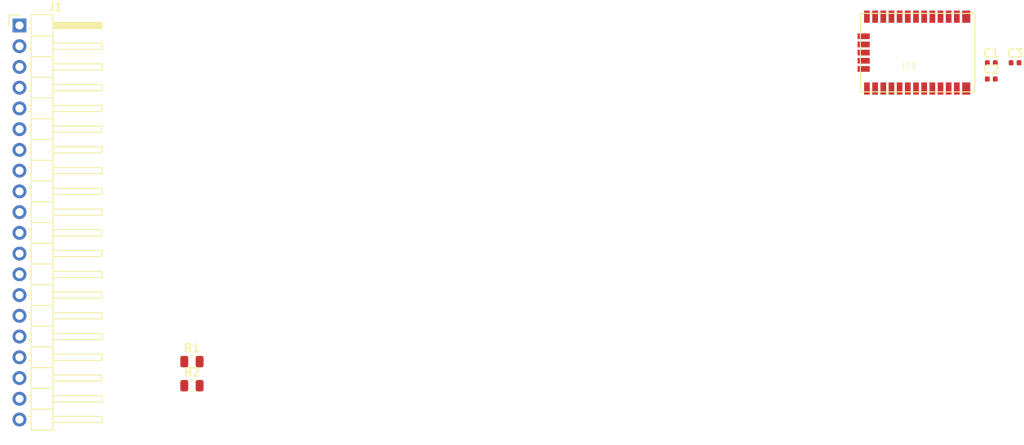
<source format=kicad_pcb>
(kicad_pcb (version 20171130) (host pcbnew 5.1.6+dfsg1-1)

  (general
    (thickness 1.6)
    (drawings 0)
    (tracks 0)
    (zones 0)
    (modules 7)
    (nets 27)
  )

  (page A4)
  (layers
    (0 F.Cu signal)
    (31 B.Cu signal)
    (32 B.Adhes user)
    (33 F.Adhes user)
    (34 B.Paste user)
    (35 F.Paste user)
    (36 B.SilkS user)
    (37 F.SilkS user)
    (38 B.Mask user)
    (39 F.Mask user)
    (40 Dwgs.User user)
    (41 Cmts.User user)
    (42 Eco1.User user)
    (43 Eco2.User user)
    (44 Edge.Cuts user)
    (45 Margin user)
    (46 B.CrtYd user)
    (47 F.CrtYd user)
    (48 B.Fab user)
    (49 F.Fab user)
  )

  (setup
    (last_trace_width 0.15)
    (trace_clearance 0.15)
    (zone_clearance 0.508)
    (zone_45_only no)
    (trace_min 0.15)
    (via_size 0.5)
    (via_drill 0.25)
    (via_min_size 0.5)
    (via_min_drill 0.25)
    (uvia_size 0.3)
    (uvia_drill 0.1)
    (uvias_allowed no)
    (uvia_min_size 0.2)
    (uvia_min_drill 0.1)
    (edge_width 0.05)
    (segment_width 0.2)
    (pcb_text_width 0.3)
    (pcb_text_size 1.5 1.5)
    (mod_edge_width 0.12)
    (mod_text_size 1 1)
    (mod_text_width 0.15)
    (pad_size 1.524 1.524)
    (pad_drill 0.762)
    (pad_to_mask_clearance 0)
    (aux_axis_origin 0 0)
    (visible_elements FFFFFF7F)
    (pcbplotparams
      (layerselection 0x010f0_ffffffff)
      (usegerberextensions false)
      (usegerberattributes false)
      (usegerberadvancedattributes false)
      (creategerberjobfile false)
      (excludeedgelayer true)
      (linewidth 0.100000)
      (plotframeref false)
      (viasonmask false)
      (mode 1)
      (useauxorigin false)
      (hpglpennumber 1)
      (hpglpenspeed 20)
      (hpglpendiameter 15.000000)
      (psnegative false)
      (psa4output false)
      (plotreference true)
      (plotvalue true)
      (plotinvisibletext false)
      (padsonsilk false)
      (subtractmaskfromsilk false)
      (outputformat 1)
      (mirror false)
      (drillshape 0)
      (scaleselection 1)
      (outputdirectory "../gerber/"))
  )

  (net 0 "")
  (net 1 "Net-(J1-Pad5)")
  (net 2 "Net-(J1-Pad14)")
  (net 3 "Net-(J1-Pad13)")
  (net 4 "Net-(J1-Pad12)")
  (net 5 "Net-(J1-Pad11)")
  (net 6 "Net-(J1-Pad10)")
  (net 7 "Net-(J1-Pad9)")
  (net 8 "Net-(J1-Pad7)")
  (net 9 "Net-(J1-Pad6)")
  (net 10 "Net-(J1-Pad3)")
  (net 11 "Net-(J1-Pad2)")
  (net 12 "Net-(IC1-Pad30)")
  (net 13 "Net-(IC1-Pad29)")
  (net 14 "Net-(IC1-Pad26)")
  (net 15 "Net-(IC1-Pad25)")
  (net 16 "Net-(IC1-Pad24)")
  (net 17 "Net-(IC1-Pad23)")
  (net 18 "Net-(IC1-Pad20)")
  (net 19 "Net-(IC1-Pad16)")
  (net 20 "Net-(IC1-Pad7)")
  (net 21 "Net-(IC1-Pad6)")
  (net 22 "Net-(IC1-Pad3)")
  (net 23 GND)
  (net 24 +3V3)
  (net 25 master_rx)
  (net 26 master_tx)

  (net_class Default "This is the default net class."
    (clearance 0.15)
    (trace_width 0.15)
    (via_dia 0.5)
    (via_drill 0.25)
    (uvia_dia 0.3)
    (uvia_drill 0.1)
    (add_net +3V3)
    (add_net GND)
    (add_net "Net-(IC1-Pad16)")
    (add_net "Net-(IC1-Pad20)")
    (add_net "Net-(IC1-Pad23)")
    (add_net "Net-(IC1-Pad24)")
    (add_net "Net-(IC1-Pad25)")
    (add_net "Net-(IC1-Pad26)")
    (add_net "Net-(IC1-Pad29)")
    (add_net "Net-(IC1-Pad3)")
    (add_net "Net-(IC1-Pad30)")
    (add_net "Net-(IC1-Pad6)")
    (add_net "Net-(IC1-Pad7)")
    (add_net "Net-(J1-Pad10)")
    (add_net "Net-(J1-Pad11)")
    (add_net "Net-(J1-Pad12)")
    (add_net "Net-(J1-Pad13)")
    (add_net "Net-(J1-Pad14)")
    (add_net "Net-(J1-Pad2)")
    (add_net "Net-(J1-Pad3)")
    (add_net "Net-(J1-Pad5)")
    (add_net "Net-(J1-Pad6)")
    (add_net "Net-(J1-Pad7)")
    (add_net "Net-(J1-Pad9)")
    (add_net master_rx)
    (add_net master_tx)
  )

  (module Resistor_SMD:R_0805_2012Metric (layer F.Cu) (tedit 5B36C52B) (tstamp 5EFE50F1)
    (at 90.93 106.94)
    (descr "Resistor SMD 0805 (2012 Metric), square (rectangular) end terminal, IPC_7351 nominal, (Body size source: https://docs.google.com/spreadsheets/d/1BsfQQcO9C6DZCsRaXUlFlo91Tg2WpOkGARC1WS5S8t0/edit?usp=sharing), generated with kicad-footprint-generator")
    (tags resistor)
    (path /5F024274/5F02ADFE)
    (attr smd)
    (fp_text reference R2 (at 0 -1.65) (layer F.SilkS)
      (effects (font (size 1 1) (thickness 0.15)))
    )
    (fp_text value 200 (at 0 1.65) (layer F.Fab)
      (effects (font (size 1 1) (thickness 0.15)))
    )
    (fp_text user %R (at 0 0) (layer F.Fab)
      (effects (font (size 0.5 0.5) (thickness 0.08)))
    )
    (fp_line (start -1 0.6) (end -1 -0.6) (layer F.Fab) (width 0.1))
    (fp_line (start -1 -0.6) (end 1 -0.6) (layer F.Fab) (width 0.1))
    (fp_line (start 1 -0.6) (end 1 0.6) (layer F.Fab) (width 0.1))
    (fp_line (start 1 0.6) (end -1 0.6) (layer F.Fab) (width 0.1))
    (fp_line (start -0.258578 -0.71) (end 0.258578 -0.71) (layer F.SilkS) (width 0.12))
    (fp_line (start -0.258578 0.71) (end 0.258578 0.71) (layer F.SilkS) (width 0.12))
    (fp_line (start -1.68 0.95) (end -1.68 -0.95) (layer F.CrtYd) (width 0.05))
    (fp_line (start -1.68 -0.95) (end 1.68 -0.95) (layer F.CrtYd) (width 0.05))
    (fp_line (start 1.68 -0.95) (end 1.68 0.95) (layer F.CrtYd) (width 0.05))
    (fp_line (start 1.68 0.95) (end -1.68 0.95) (layer F.CrtYd) (width 0.05))
    (pad 2 smd roundrect (at 0.9375 0) (size 0.975 1.4) (layers F.Cu F.Paste F.Mask) (roundrect_rratio 0.25)
      (net 14 "Net-(IC1-Pad26)"))
    (pad 1 smd roundrect (at -0.9375 0) (size 0.975 1.4) (layers F.Cu F.Paste F.Mask) (roundrect_rratio 0.25)
      (net 26 master_tx))
    (model ${KISYS3DMOD}/Resistor_SMD.3dshapes/R_0805_2012Metric.wrl
      (at (xyz 0 0 0))
      (scale (xyz 1 1 1))
      (rotate (xyz 0 0 0))
    )
  )

  (module Resistor_SMD:R_0805_2012Metric (layer F.Cu) (tedit 5B36C52B) (tstamp 5EFE50E0)
    (at 90.93 103.99)
    (descr "Resistor SMD 0805 (2012 Metric), square (rectangular) end terminal, IPC_7351 nominal, (Body size source: https://docs.google.com/spreadsheets/d/1BsfQQcO9C6DZCsRaXUlFlo91Tg2WpOkGARC1WS5S8t0/edit?usp=sharing), generated with kicad-footprint-generator")
    (tags resistor)
    (path /5F024274/5F02AA2F)
    (attr smd)
    (fp_text reference R1 (at 0 -1.65) (layer F.SilkS)
      (effects (font (size 1 1) (thickness 0.15)))
    )
    (fp_text value 200 (at 0 1.65) (layer F.Fab)
      (effects (font (size 1 1) (thickness 0.15)))
    )
    (fp_text user %R (at 0 0) (layer F.Fab)
      (effects (font (size 0.5 0.5) (thickness 0.08)))
    )
    (fp_line (start -1 0.6) (end -1 -0.6) (layer F.Fab) (width 0.1))
    (fp_line (start -1 -0.6) (end 1 -0.6) (layer F.Fab) (width 0.1))
    (fp_line (start 1 -0.6) (end 1 0.6) (layer F.Fab) (width 0.1))
    (fp_line (start 1 0.6) (end -1 0.6) (layer F.Fab) (width 0.1))
    (fp_line (start -0.258578 -0.71) (end 0.258578 -0.71) (layer F.SilkS) (width 0.12))
    (fp_line (start -0.258578 0.71) (end 0.258578 0.71) (layer F.SilkS) (width 0.12))
    (fp_line (start -1.68 0.95) (end -1.68 -0.95) (layer F.CrtYd) (width 0.05))
    (fp_line (start -1.68 -0.95) (end 1.68 -0.95) (layer F.CrtYd) (width 0.05))
    (fp_line (start 1.68 -0.95) (end 1.68 0.95) (layer F.CrtYd) (width 0.05))
    (fp_line (start 1.68 0.95) (end -1.68 0.95) (layer F.CrtYd) (width 0.05))
    (pad 2 smd roundrect (at 0.9375 0) (size 0.975 1.4) (layers F.Cu F.Paste F.Mask) (roundrect_rratio 0.25)
      (net 15 "Net-(IC1-Pad25)"))
    (pad 1 smd roundrect (at -0.9375 0) (size 0.975 1.4) (layers F.Cu F.Paste F.Mask) (roundrect_rratio 0.25)
      (net 25 master_rx))
    (model ${KISYS3DMOD}/Resistor_SMD.3dshapes/R_0805_2012Metric.wrl
      (at (xyz 0 0 0))
      (scale (xyz 1 1 1))
      (rotate (xyz 0 0 0))
    )
  )

  (module Connector_PinHeader_2.54mm:PinHeader_1x20_P2.54mm_Horizontal (layer F.Cu) (tedit 59FED5CB) (tstamp 5EFE50CF)
    (at 69.83 62.82)
    (descr "Through hole angled pin header, 1x20, 2.54mm pitch, 6mm pin length, single row")
    (tags "Through hole angled pin header THT 1x20 2.54mm single row")
    (path /5F01458E/5F016A0D)
    (fp_text reference J1 (at 4.385 -2.27) (layer F.SilkS)
      (effects (font (size 1 1) (thickness 0.15)))
    )
    (fp_text value Conn_01x20_Male (at 4.385 50.53) (layer F.Fab)
      (effects (font (size 1 1) (thickness 0.15)))
    )
    (fp_text user %R (at 2.77 24.13 90) (layer F.Fab)
      (effects (font (size 1 1) (thickness 0.15)))
    )
    (fp_line (start 2.135 -1.27) (end 4.04 -1.27) (layer F.Fab) (width 0.1))
    (fp_line (start 4.04 -1.27) (end 4.04 49.53) (layer F.Fab) (width 0.1))
    (fp_line (start 4.04 49.53) (end 1.5 49.53) (layer F.Fab) (width 0.1))
    (fp_line (start 1.5 49.53) (end 1.5 -0.635) (layer F.Fab) (width 0.1))
    (fp_line (start 1.5 -0.635) (end 2.135 -1.27) (layer F.Fab) (width 0.1))
    (fp_line (start -0.32 -0.32) (end 1.5 -0.32) (layer F.Fab) (width 0.1))
    (fp_line (start -0.32 -0.32) (end -0.32 0.32) (layer F.Fab) (width 0.1))
    (fp_line (start -0.32 0.32) (end 1.5 0.32) (layer F.Fab) (width 0.1))
    (fp_line (start 4.04 -0.32) (end 10.04 -0.32) (layer F.Fab) (width 0.1))
    (fp_line (start 10.04 -0.32) (end 10.04 0.32) (layer F.Fab) (width 0.1))
    (fp_line (start 4.04 0.32) (end 10.04 0.32) (layer F.Fab) (width 0.1))
    (fp_line (start -0.32 2.22) (end 1.5 2.22) (layer F.Fab) (width 0.1))
    (fp_line (start -0.32 2.22) (end -0.32 2.86) (layer F.Fab) (width 0.1))
    (fp_line (start -0.32 2.86) (end 1.5 2.86) (layer F.Fab) (width 0.1))
    (fp_line (start 4.04 2.22) (end 10.04 2.22) (layer F.Fab) (width 0.1))
    (fp_line (start 10.04 2.22) (end 10.04 2.86) (layer F.Fab) (width 0.1))
    (fp_line (start 4.04 2.86) (end 10.04 2.86) (layer F.Fab) (width 0.1))
    (fp_line (start -0.32 4.76) (end 1.5 4.76) (layer F.Fab) (width 0.1))
    (fp_line (start -0.32 4.76) (end -0.32 5.4) (layer F.Fab) (width 0.1))
    (fp_line (start -0.32 5.4) (end 1.5 5.4) (layer F.Fab) (width 0.1))
    (fp_line (start 4.04 4.76) (end 10.04 4.76) (layer F.Fab) (width 0.1))
    (fp_line (start 10.04 4.76) (end 10.04 5.4) (layer F.Fab) (width 0.1))
    (fp_line (start 4.04 5.4) (end 10.04 5.4) (layer F.Fab) (width 0.1))
    (fp_line (start -0.32 7.3) (end 1.5 7.3) (layer F.Fab) (width 0.1))
    (fp_line (start -0.32 7.3) (end -0.32 7.94) (layer F.Fab) (width 0.1))
    (fp_line (start -0.32 7.94) (end 1.5 7.94) (layer F.Fab) (width 0.1))
    (fp_line (start 4.04 7.3) (end 10.04 7.3) (layer F.Fab) (width 0.1))
    (fp_line (start 10.04 7.3) (end 10.04 7.94) (layer F.Fab) (width 0.1))
    (fp_line (start 4.04 7.94) (end 10.04 7.94) (layer F.Fab) (width 0.1))
    (fp_line (start -0.32 9.84) (end 1.5 9.84) (layer F.Fab) (width 0.1))
    (fp_line (start -0.32 9.84) (end -0.32 10.48) (layer F.Fab) (width 0.1))
    (fp_line (start -0.32 10.48) (end 1.5 10.48) (layer F.Fab) (width 0.1))
    (fp_line (start 4.04 9.84) (end 10.04 9.84) (layer F.Fab) (width 0.1))
    (fp_line (start 10.04 9.84) (end 10.04 10.48) (layer F.Fab) (width 0.1))
    (fp_line (start 4.04 10.48) (end 10.04 10.48) (layer F.Fab) (width 0.1))
    (fp_line (start -0.32 12.38) (end 1.5 12.38) (layer F.Fab) (width 0.1))
    (fp_line (start -0.32 12.38) (end -0.32 13.02) (layer F.Fab) (width 0.1))
    (fp_line (start -0.32 13.02) (end 1.5 13.02) (layer F.Fab) (width 0.1))
    (fp_line (start 4.04 12.38) (end 10.04 12.38) (layer F.Fab) (width 0.1))
    (fp_line (start 10.04 12.38) (end 10.04 13.02) (layer F.Fab) (width 0.1))
    (fp_line (start 4.04 13.02) (end 10.04 13.02) (layer F.Fab) (width 0.1))
    (fp_line (start -0.32 14.92) (end 1.5 14.92) (layer F.Fab) (width 0.1))
    (fp_line (start -0.32 14.92) (end -0.32 15.56) (layer F.Fab) (width 0.1))
    (fp_line (start -0.32 15.56) (end 1.5 15.56) (layer F.Fab) (width 0.1))
    (fp_line (start 4.04 14.92) (end 10.04 14.92) (layer F.Fab) (width 0.1))
    (fp_line (start 10.04 14.92) (end 10.04 15.56) (layer F.Fab) (width 0.1))
    (fp_line (start 4.04 15.56) (end 10.04 15.56) (layer F.Fab) (width 0.1))
    (fp_line (start -0.32 17.46) (end 1.5 17.46) (layer F.Fab) (width 0.1))
    (fp_line (start -0.32 17.46) (end -0.32 18.1) (layer F.Fab) (width 0.1))
    (fp_line (start -0.32 18.1) (end 1.5 18.1) (layer F.Fab) (width 0.1))
    (fp_line (start 4.04 17.46) (end 10.04 17.46) (layer F.Fab) (width 0.1))
    (fp_line (start 10.04 17.46) (end 10.04 18.1) (layer F.Fab) (width 0.1))
    (fp_line (start 4.04 18.1) (end 10.04 18.1) (layer F.Fab) (width 0.1))
    (fp_line (start -0.32 20) (end 1.5 20) (layer F.Fab) (width 0.1))
    (fp_line (start -0.32 20) (end -0.32 20.64) (layer F.Fab) (width 0.1))
    (fp_line (start -0.32 20.64) (end 1.5 20.64) (layer F.Fab) (width 0.1))
    (fp_line (start 4.04 20) (end 10.04 20) (layer F.Fab) (width 0.1))
    (fp_line (start 10.04 20) (end 10.04 20.64) (layer F.Fab) (width 0.1))
    (fp_line (start 4.04 20.64) (end 10.04 20.64) (layer F.Fab) (width 0.1))
    (fp_line (start -0.32 22.54) (end 1.5 22.54) (layer F.Fab) (width 0.1))
    (fp_line (start -0.32 22.54) (end -0.32 23.18) (layer F.Fab) (width 0.1))
    (fp_line (start -0.32 23.18) (end 1.5 23.18) (layer F.Fab) (width 0.1))
    (fp_line (start 4.04 22.54) (end 10.04 22.54) (layer F.Fab) (width 0.1))
    (fp_line (start 10.04 22.54) (end 10.04 23.18) (layer F.Fab) (width 0.1))
    (fp_line (start 4.04 23.18) (end 10.04 23.18) (layer F.Fab) (width 0.1))
    (fp_line (start -0.32 25.08) (end 1.5 25.08) (layer F.Fab) (width 0.1))
    (fp_line (start -0.32 25.08) (end -0.32 25.72) (layer F.Fab) (width 0.1))
    (fp_line (start -0.32 25.72) (end 1.5 25.72) (layer F.Fab) (width 0.1))
    (fp_line (start 4.04 25.08) (end 10.04 25.08) (layer F.Fab) (width 0.1))
    (fp_line (start 10.04 25.08) (end 10.04 25.72) (layer F.Fab) (width 0.1))
    (fp_line (start 4.04 25.72) (end 10.04 25.72) (layer F.Fab) (width 0.1))
    (fp_line (start -0.32 27.62) (end 1.5 27.62) (layer F.Fab) (width 0.1))
    (fp_line (start -0.32 27.62) (end -0.32 28.26) (layer F.Fab) (width 0.1))
    (fp_line (start -0.32 28.26) (end 1.5 28.26) (layer F.Fab) (width 0.1))
    (fp_line (start 4.04 27.62) (end 10.04 27.62) (layer F.Fab) (width 0.1))
    (fp_line (start 10.04 27.62) (end 10.04 28.26) (layer F.Fab) (width 0.1))
    (fp_line (start 4.04 28.26) (end 10.04 28.26) (layer F.Fab) (width 0.1))
    (fp_line (start -0.32 30.16) (end 1.5 30.16) (layer F.Fab) (width 0.1))
    (fp_line (start -0.32 30.16) (end -0.32 30.8) (layer F.Fab) (width 0.1))
    (fp_line (start -0.32 30.8) (end 1.5 30.8) (layer F.Fab) (width 0.1))
    (fp_line (start 4.04 30.16) (end 10.04 30.16) (layer F.Fab) (width 0.1))
    (fp_line (start 10.04 30.16) (end 10.04 30.8) (layer F.Fab) (width 0.1))
    (fp_line (start 4.04 30.8) (end 10.04 30.8) (layer F.Fab) (width 0.1))
    (fp_line (start -0.32 32.7) (end 1.5 32.7) (layer F.Fab) (width 0.1))
    (fp_line (start -0.32 32.7) (end -0.32 33.34) (layer F.Fab) (width 0.1))
    (fp_line (start -0.32 33.34) (end 1.5 33.34) (layer F.Fab) (width 0.1))
    (fp_line (start 4.04 32.7) (end 10.04 32.7) (layer F.Fab) (width 0.1))
    (fp_line (start 10.04 32.7) (end 10.04 33.34) (layer F.Fab) (width 0.1))
    (fp_line (start 4.04 33.34) (end 10.04 33.34) (layer F.Fab) (width 0.1))
    (fp_line (start -0.32 35.24) (end 1.5 35.24) (layer F.Fab) (width 0.1))
    (fp_line (start -0.32 35.24) (end -0.32 35.88) (layer F.Fab) (width 0.1))
    (fp_line (start -0.32 35.88) (end 1.5 35.88) (layer F.Fab) (width 0.1))
    (fp_line (start 4.04 35.24) (end 10.04 35.24) (layer F.Fab) (width 0.1))
    (fp_line (start 10.04 35.24) (end 10.04 35.88) (layer F.Fab) (width 0.1))
    (fp_line (start 4.04 35.88) (end 10.04 35.88) (layer F.Fab) (width 0.1))
    (fp_line (start -0.32 37.78) (end 1.5 37.78) (layer F.Fab) (width 0.1))
    (fp_line (start -0.32 37.78) (end -0.32 38.42) (layer F.Fab) (width 0.1))
    (fp_line (start -0.32 38.42) (end 1.5 38.42) (layer F.Fab) (width 0.1))
    (fp_line (start 4.04 37.78) (end 10.04 37.78) (layer F.Fab) (width 0.1))
    (fp_line (start 10.04 37.78) (end 10.04 38.42) (layer F.Fab) (width 0.1))
    (fp_line (start 4.04 38.42) (end 10.04 38.42) (layer F.Fab) (width 0.1))
    (fp_line (start -0.32 40.32) (end 1.5 40.32) (layer F.Fab) (width 0.1))
    (fp_line (start -0.32 40.32) (end -0.32 40.96) (layer F.Fab) (width 0.1))
    (fp_line (start -0.32 40.96) (end 1.5 40.96) (layer F.Fab) (width 0.1))
    (fp_line (start 4.04 40.32) (end 10.04 40.32) (layer F.Fab) (width 0.1))
    (fp_line (start 10.04 40.32) (end 10.04 40.96) (layer F.Fab) (width 0.1))
    (fp_line (start 4.04 40.96) (end 10.04 40.96) (layer F.Fab) (width 0.1))
    (fp_line (start -0.32 42.86) (end 1.5 42.86) (layer F.Fab) (width 0.1))
    (fp_line (start -0.32 42.86) (end -0.32 43.5) (layer F.Fab) (width 0.1))
    (fp_line (start -0.32 43.5) (end 1.5 43.5) (layer F.Fab) (width 0.1))
    (fp_line (start 4.04 42.86) (end 10.04 42.86) (layer F.Fab) (width 0.1))
    (fp_line (start 10.04 42.86) (end 10.04 43.5) (layer F.Fab) (width 0.1))
    (fp_line (start 4.04 43.5) (end 10.04 43.5) (layer F.Fab) (width 0.1))
    (fp_line (start -0.32 45.4) (end 1.5 45.4) (layer F.Fab) (width 0.1))
    (fp_line (start -0.32 45.4) (end -0.32 46.04) (layer F.Fab) (width 0.1))
    (fp_line (start -0.32 46.04) (end 1.5 46.04) (layer F.Fab) (width 0.1))
    (fp_line (start 4.04 45.4) (end 10.04 45.4) (layer F.Fab) (width 0.1))
    (fp_line (start 10.04 45.4) (end 10.04 46.04) (layer F.Fab) (width 0.1))
    (fp_line (start 4.04 46.04) (end 10.04 46.04) (layer F.Fab) (width 0.1))
    (fp_line (start -0.32 47.94) (end 1.5 47.94) (layer F.Fab) (width 0.1))
    (fp_line (start -0.32 47.94) (end -0.32 48.58) (layer F.Fab) (width 0.1))
    (fp_line (start -0.32 48.58) (end 1.5 48.58) (layer F.Fab) (width 0.1))
    (fp_line (start 4.04 47.94) (end 10.04 47.94) (layer F.Fab) (width 0.1))
    (fp_line (start 10.04 47.94) (end 10.04 48.58) (layer F.Fab) (width 0.1))
    (fp_line (start 4.04 48.58) (end 10.04 48.58) (layer F.Fab) (width 0.1))
    (fp_line (start 1.44 -1.33) (end 1.44 49.59) (layer F.SilkS) (width 0.12))
    (fp_line (start 1.44 49.59) (end 4.1 49.59) (layer F.SilkS) (width 0.12))
    (fp_line (start 4.1 49.59) (end 4.1 -1.33) (layer F.SilkS) (width 0.12))
    (fp_line (start 4.1 -1.33) (end 1.44 -1.33) (layer F.SilkS) (width 0.12))
    (fp_line (start 4.1 -0.38) (end 10.1 -0.38) (layer F.SilkS) (width 0.12))
    (fp_line (start 10.1 -0.38) (end 10.1 0.38) (layer F.SilkS) (width 0.12))
    (fp_line (start 10.1 0.38) (end 4.1 0.38) (layer F.SilkS) (width 0.12))
    (fp_line (start 4.1 -0.32) (end 10.1 -0.32) (layer F.SilkS) (width 0.12))
    (fp_line (start 4.1 -0.2) (end 10.1 -0.2) (layer F.SilkS) (width 0.12))
    (fp_line (start 4.1 -0.08) (end 10.1 -0.08) (layer F.SilkS) (width 0.12))
    (fp_line (start 4.1 0.04) (end 10.1 0.04) (layer F.SilkS) (width 0.12))
    (fp_line (start 4.1 0.16) (end 10.1 0.16) (layer F.SilkS) (width 0.12))
    (fp_line (start 4.1 0.28) (end 10.1 0.28) (layer F.SilkS) (width 0.12))
    (fp_line (start 1.11 -0.38) (end 1.44 -0.38) (layer F.SilkS) (width 0.12))
    (fp_line (start 1.11 0.38) (end 1.44 0.38) (layer F.SilkS) (width 0.12))
    (fp_line (start 1.44 1.27) (end 4.1 1.27) (layer F.SilkS) (width 0.12))
    (fp_line (start 4.1 2.16) (end 10.1 2.16) (layer F.SilkS) (width 0.12))
    (fp_line (start 10.1 2.16) (end 10.1 2.92) (layer F.SilkS) (width 0.12))
    (fp_line (start 10.1 2.92) (end 4.1 2.92) (layer F.SilkS) (width 0.12))
    (fp_line (start 1.042929 2.16) (end 1.44 2.16) (layer F.SilkS) (width 0.12))
    (fp_line (start 1.042929 2.92) (end 1.44 2.92) (layer F.SilkS) (width 0.12))
    (fp_line (start 1.44 3.81) (end 4.1 3.81) (layer F.SilkS) (width 0.12))
    (fp_line (start 4.1 4.7) (end 10.1 4.7) (layer F.SilkS) (width 0.12))
    (fp_line (start 10.1 4.7) (end 10.1 5.46) (layer F.SilkS) (width 0.12))
    (fp_line (start 10.1 5.46) (end 4.1 5.46) (layer F.SilkS) (width 0.12))
    (fp_line (start 1.042929 4.7) (end 1.44 4.7) (layer F.SilkS) (width 0.12))
    (fp_line (start 1.042929 5.46) (end 1.44 5.46) (layer F.SilkS) (width 0.12))
    (fp_line (start 1.44 6.35) (end 4.1 6.35) (layer F.SilkS) (width 0.12))
    (fp_line (start 4.1 7.24) (end 10.1 7.24) (layer F.SilkS) (width 0.12))
    (fp_line (start 10.1 7.24) (end 10.1 8) (layer F.SilkS) (width 0.12))
    (fp_line (start 10.1 8) (end 4.1 8) (layer F.SilkS) (width 0.12))
    (fp_line (start 1.042929 7.24) (end 1.44 7.24) (layer F.SilkS) (width 0.12))
    (fp_line (start 1.042929 8) (end 1.44 8) (layer F.SilkS) (width 0.12))
    (fp_line (start 1.44 8.89) (end 4.1 8.89) (layer F.SilkS) (width 0.12))
    (fp_line (start 4.1 9.78) (end 10.1 9.78) (layer F.SilkS) (width 0.12))
    (fp_line (start 10.1 9.78) (end 10.1 10.54) (layer F.SilkS) (width 0.12))
    (fp_line (start 10.1 10.54) (end 4.1 10.54) (layer F.SilkS) (width 0.12))
    (fp_line (start 1.042929 9.78) (end 1.44 9.78) (layer F.SilkS) (width 0.12))
    (fp_line (start 1.042929 10.54) (end 1.44 10.54) (layer F.SilkS) (width 0.12))
    (fp_line (start 1.44 11.43) (end 4.1 11.43) (layer F.SilkS) (width 0.12))
    (fp_line (start 4.1 12.32) (end 10.1 12.32) (layer F.SilkS) (width 0.12))
    (fp_line (start 10.1 12.32) (end 10.1 13.08) (layer F.SilkS) (width 0.12))
    (fp_line (start 10.1 13.08) (end 4.1 13.08) (layer F.SilkS) (width 0.12))
    (fp_line (start 1.042929 12.32) (end 1.44 12.32) (layer F.SilkS) (width 0.12))
    (fp_line (start 1.042929 13.08) (end 1.44 13.08) (layer F.SilkS) (width 0.12))
    (fp_line (start 1.44 13.97) (end 4.1 13.97) (layer F.SilkS) (width 0.12))
    (fp_line (start 4.1 14.86) (end 10.1 14.86) (layer F.SilkS) (width 0.12))
    (fp_line (start 10.1 14.86) (end 10.1 15.62) (layer F.SilkS) (width 0.12))
    (fp_line (start 10.1 15.62) (end 4.1 15.62) (layer F.SilkS) (width 0.12))
    (fp_line (start 1.042929 14.86) (end 1.44 14.86) (layer F.SilkS) (width 0.12))
    (fp_line (start 1.042929 15.62) (end 1.44 15.62) (layer F.SilkS) (width 0.12))
    (fp_line (start 1.44 16.51) (end 4.1 16.51) (layer F.SilkS) (width 0.12))
    (fp_line (start 4.1 17.4) (end 10.1 17.4) (layer F.SilkS) (width 0.12))
    (fp_line (start 10.1 17.4) (end 10.1 18.16) (layer F.SilkS) (width 0.12))
    (fp_line (start 10.1 18.16) (end 4.1 18.16) (layer F.SilkS) (width 0.12))
    (fp_line (start 1.042929 17.4) (end 1.44 17.4) (layer F.SilkS) (width 0.12))
    (fp_line (start 1.042929 18.16) (end 1.44 18.16) (layer F.SilkS) (width 0.12))
    (fp_line (start 1.44 19.05) (end 4.1 19.05) (layer F.SilkS) (width 0.12))
    (fp_line (start 4.1 19.94) (end 10.1 19.94) (layer F.SilkS) (width 0.12))
    (fp_line (start 10.1 19.94) (end 10.1 20.7) (layer F.SilkS) (width 0.12))
    (fp_line (start 10.1 20.7) (end 4.1 20.7) (layer F.SilkS) (width 0.12))
    (fp_line (start 1.042929 19.94) (end 1.44 19.94) (layer F.SilkS) (width 0.12))
    (fp_line (start 1.042929 20.7) (end 1.44 20.7) (layer F.SilkS) (width 0.12))
    (fp_line (start 1.44 21.59) (end 4.1 21.59) (layer F.SilkS) (width 0.12))
    (fp_line (start 4.1 22.48) (end 10.1 22.48) (layer F.SilkS) (width 0.12))
    (fp_line (start 10.1 22.48) (end 10.1 23.24) (layer F.SilkS) (width 0.12))
    (fp_line (start 10.1 23.24) (end 4.1 23.24) (layer F.SilkS) (width 0.12))
    (fp_line (start 1.042929 22.48) (end 1.44 22.48) (layer F.SilkS) (width 0.12))
    (fp_line (start 1.042929 23.24) (end 1.44 23.24) (layer F.SilkS) (width 0.12))
    (fp_line (start 1.44 24.13) (end 4.1 24.13) (layer F.SilkS) (width 0.12))
    (fp_line (start 4.1 25.02) (end 10.1 25.02) (layer F.SilkS) (width 0.12))
    (fp_line (start 10.1 25.02) (end 10.1 25.78) (layer F.SilkS) (width 0.12))
    (fp_line (start 10.1 25.78) (end 4.1 25.78) (layer F.SilkS) (width 0.12))
    (fp_line (start 1.042929 25.02) (end 1.44 25.02) (layer F.SilkS) (width 0.12))
    (fp_line (start 1.042929 25.78) (end 1.44 25.78) (layer F.SilkS) (width 0.12))
    (fp_line (start 1.44 26.67) (end 4.1 26.67) (layer F.SilkS) (width 0.12))
    (fp_line (start 4.1 27.56) (end 10.1 27.56) (layer F.SilkS) (width 0.12))
    (fp_line (start 10.1 27.56) (end 10.1 28.32) (layer F.SilkS) (width 0.12))
    (fp_line (start 10.1 28.32) (end 4.1 28.32) (layer F.SilkS) (width 0.12))
    (fp_line (start 1.042929 27.56) (end 1.44 27.56) (layer F.SilkS) (width 0.12))
    (fp_line (start 1.042929 28.32) (end 1.44 28.32) (layer F.SilkS) (width 0.12))
    (fp_line (start 1.44 29.21) (end 4.1 29.21) (layer F.SilkS) (width 0.12))
    (fp_line (start 4.1 30.1) (end 10.1 30.1) (layer F.SilkS) (width 0.12))
    (fp_line (start 10.1 30.1) (end 10.1 30.86) (layer F.SilkS) (width 0.12))
    (fp_line (start 10.1 30.86) (end 4.1 30.86) (layer F.SilkS) (width 0.12))
    (fp_line (start 1.042929 30.1) (end 1.44 30.1) (layer F.SilkS) (width 0.12))
    (fp_line (start 1.042929 30.86) (end 1.44 30.86) (layer F.SilkS) (width 0.12))
    (fp_line (start 1.44 31.75) (end 4.1 31.75) (layer F.SilkS) (width 0.12))
    (fp_line (start 4.1 32.64) (end 10.1 32.64) (layer F.SilkS) (width 0.12))
    (fp_line (start 10.1 32.64) (end 10.1 33.4) (layer F.SilkS) (width 0.12))
    (fp_line (start 10.1 33.4) (end 4.1 33.4) (layer F.SilkS) (width 0.12))
    (fp_line (start 1.042929 32.64) (end 1.44 32.64) (layer F.SilkS) (width 0.12))
    (fp_line (start 1.042929 33.4) (end 1.44 33.4) (layer F.SilkS) (width 0.12))
    (fp_line (start 1.44 34.29) (end 4.1 34.29) (layer F.SilkS) (width 0.12))
    (fp_line (start 4.1 35.18) (end 10.1 35.18) (layer F.SilkS) (width 0.12))
    (fp_line (start 10.1 35.18) (end 10.1 35.94) (layer F.SilkS) (width 0.12))
    (fp_line (start 10.1 35.94) (end 4.1 35.94) (layer F.SilkS) (width 0.12))
    (fp_line (start 1.042929 35.18) (end 1.44 35.18) (layer F.SilkS) (width 0.12))
    (fp_line (start 1.042929 35.94) (end 1.44 35.94) (layer F.SilkS) (width 0.12))
    (fp_line (start 1.44 36.83) (end 4.1 36.83) (layer F.SilkS) (width 0.12))
    (fp_line (start 4.1 37.72) (end 10.1 37.72) (layer F.SilkS) (width 0.12))
    (fp_line (start 10.1 37.72) (end 10.1 38.48) (layer F.SilkS) (width 0.12))
    (fp_line (start 10.1 38.48) (end 4.1 38.48) (layer F.SilkS) (width 0.12))
    (fp_line (start 1.042929 37.72) (end 1.44 37.72) (layer F.SilkS) (width 0.12))
    (fp_line (start 1.042929 38.48) (end 1.44 38.48) (layer F.SilkS) (width 0.12))
    (fp_line (start 1.44 39.37) (end 4.1 39.37) (layer F.SilkS) (width 0.12))
    (fp_line (start 4.1 40.26) (end 10.1 40.26) (layer F.SilkS) (width 0.12))
    (fp_line (start 10.1 40.26) (end 10.1 41.02) (layer F.SilkS) (width 0.12))
    (fp_line (start 10.1 41.02) (end 4.1 41.02) (layer F.SilkS) (width 0.12))
    (fp_line (start 1.042929 40.26) (end 1.44 40.26) (layer F.SilkS) (width 0.12))
    (fp_line (start 1.042929 41.02) (end 1.44 41.02) (layer F.SilkS) (width 0.12))
    (fp_line (start 1.44 41.91) (end 4.1 41.91) (layer F.SilkS) (width 0.12))
    (fp_line (start 4.1 42.8) (end 10.1 42.8) (layer F.SilkS) (width 0.12))
    (fp_line (start 10.1 42.8) (end 10.1 43.56) (layer F.SilkS) (width 0.12))
    (fp_line (start 10.1 43.56) (end 4.1 43.56) (layer F.SilkS) (width 0.12))
    (fp_line (start 1.042929 42.8) (end 1.44 42.8) (layer F.SilkS) (width 0.12))
    (fp_line (start 1.042929 43.56) (end 1.44 43.56) (layer F.SilkS) (width 0.12))
    (fp_line (start 1.44 44.45) (end 4.1 44.45) (layer F.SilkS) (width 0.12))
    (fp_line (start 4.1 45.34) (end 10.1 45.34) (layer F.SilkS) (width 0.12))
    (fp_line (start 10.1 45.34) (end 10.1 46.1) (layer F.SilkS) (width 0.12))
    (fp_line (start 10.1 46.1) (end 4.1 46.1) (layer F.SilkS) (width 0.12))
    (fp_line (start 1.042929 45.34) (end 1.44 45.34) (layer F.SilkS) (width 0.12))
    (fp_line (start 1.042929 46.1) (end 1.44 46.1) (layer F.SilkS) (width 0.12))
    (fp_line (start 1.44 46.99) (end 4.1 46.99) (layer F.SilkS) (width 0.12))
    (fp_line (start 4.1 47.88) (end 10.1 47.88) (layer F.SilkS) (width 0.12))
    (fp_line (start 10.1 47.88) (end 10.1 48.64) (layer F.SilkS) (width 0.12))
    (fp_line (start 10.1 48.64) (end 4.1 48.64) (layer F.SilkS) (width 0.12))
    (fp_line (start 1.042929 47.88) (end 1.44 47.88) (layer F.SilkS) (width 0.12))
    (fp_line (start 1.042929 48.64) (end 1.44 48.64) (layer F.SilkS) (width 0.12))
    (fp_line (start -1.27 0) (end -1.27 -1.27) (layer F.SilkS) (width 0.12))
    (fp_line (start -1.27 -1.27) (end 0 -1.27) (layer F.SilkS) (width 0.12))
    (fp_line (start -1.8 -1.8) (end -1.8 50.05) (layer F.CrtYd) (width 0.05))
    (fp_line (start -1.8 50.05) (end 10.55 50.05) (layer F.CrtYd) (width 0.05))
    (fp_line (start 10.55 50.05) (end 10.55 -1.8) (layer F.CrtYd) (width 0.05))
    (fp_line (start 10.55 -1.8) (end -1.8 -1.8) (layer F.CrtYd) (width 0.05))
    (pad 20 thru_hole oval (at 0 48.26) (size 1.7 1.7) (drill 1) (layers *.Cu *.Mask)
      (net 23 GND))
    (pad 19 thru_hole oval (at 0 45.72) (size 1.7 1.7) (drill 1) (layers *.Cu *.Mask)
      (net 24 +3V3))
    (pad 18 thru_hole oval (at 0 43.18) (size 1.7 1.7) (drill 1) (layers *.Cu *.Mask)
      (net 23 GND))
    (pad 17 thru_hole oval (at 0 40.64) (size 1.7 1.7) (drill 1) (layers *.Cu *.Mask)
      (net 25 master_rx))
    (pad 16 thru_hole oval (at 0 38.1) (size 1.7 1.7) (drill 1) (layers *.Cu *.Mask)
      (net 26 master_tx))
    (pad 15 thru_hole oval (at 0 35.56) (size 1.7 1.7) (drill 1) (layers *.Cu *.Mask)
      (net 23 GND))
    (pad 14 thru_hole oval (at 0 33.02) (size 1.7 1.7) (drill 1) (layers *.Cu *.Mask)
      (net 2 "Net-(J1-Pad14)"))
    (pad 13 thru_hole oval (at 0 30.48) (size 1.7 1.7) (drill 1) (layers *.Cu *.Mask)
      (net 3 "Net-(J1-Pad13)"))
    (pad 12 thru_hole oval (at 0 27.94) (size 1.7 1.7) (drill 1) (layers *.Cu *.Mask)
      (net 4 "Net-(J1-Pad12)"))
    (pad 11 thru_hole oval (at 0 25.4) (size 1.7 1.7) (drill 1) (layers *.Cu *.Mask)
      (net 5 "Net-(J1-Pad11)"))
    (pad 10 thru_hole oval (at 0 22.86) (size 1.7 1.7) (drill 1) (layers *.Cu *.Mask)
      (net 6 "Net-(J1-Pad10)"))
    (pad 9 thru_hole oval (at 0 20.32) (size 1.7 1.7) (drill 1) (layers *.Cu *.Mask)
      (net 7 "Net-(J1-Pad9)"))
    (pad 8 thru_hole oval (at 0 17.78) (size 1.7 1.7) (drill 1) (layers *.Cu *.Mask)
      (net 23 GND))
    (pad 7 thru_hole oval (at 0 15.24) (size 1.7 1.7) (drill 1) (layers *.Cu *.Mask)
      (net 8 "Net-(J1-Pad7)"))
    (pad 6 thru_hole oval (at 0 12.7) (size 1.7 1.7) (drill 1) (layers *.Cu *.Mask)
      (net 9 "Net-(J1-Pad6)"))
    (pad 5 thru_hole oval (at 0 10.16) (size 1.7 1.7) (drill 1) (layers *.Cu *.Mask)
      (net 1 "Net-(J1-Pad5)"))
    (pad 4 thru_hole oval (at 0 7.62) (size 1.7 1.7) (drill 1) (layers *.Cu *.Mask)
      (net 23 GND))
    (pad 3 thru_hole oval (at 0 5.08) (size 1.7 1.7) (drill 1) (layers *.Cu *.Mask)
      (net 10 "Net-(J1-Pad3)"))
    (pad 2 thru_hole oval (at 0 2.54) (size 1.7 1.7) (drill 1) (layers *.Cu *.Mask)
      (net 11 "Net-(J1-Pad2)"))
    (pad 1 thru_hole rect (at 0 0) (size 1.7 1.7) (drill 1) (layers *.Cu *.Mask)
      (net 23 GND))
    (model ${KISYS3DMOD}/Connector_PinHeader_2.54mm.3dshapes/PinHeader_1x20_P2.54mm_Horizontal.wrl
      (at (xyz 0 0 0))
      (scale (xyz 1 1 1))
      (rotate (xyz 0 0 0))
    )
  )

  (module kifootp:CAM-M8Q (layer F.Cu) (tedit 0) (tstamp 5EFE4FB2)
    (at 179.704999 66.144999)
    (path /5F024274/5F024F5F)
    (fp_text reference IC1 (at 0 1.175 -180) (layer F.SilkS)
      (effects (font (size 0.77216 0.77216) (thickness 0.077216)) (justify right top))
    )
    (fp_text value CAM-M8Q (at 0 -1.175 -180) (layer F.Fab)
      (effects (font (size 0.77216 0.77216) (thickness 0.077216)) (justify right top))
    )
    (fp_poly (pts (xy 2.2 3.5) (xy 7 3.5) (xy 7 -3.5) (xy 2.2 -3.5)) (layer Dwgs.User) (width 0))
    (fp_poly (pts (xy 2.2 3.6) (xy 7 3.6) (xy 7 -3.6) (xy 2.2 -3.6)) (layer Dwgs.User) (width 0))
    (fp_poly (pts (xy 2.2 3.6) (xy 7 3.6) (xy 7 -3.6) (xy 2.2 -3.6)) (layer Dwgs.User) (width 0))
    (fp_poly (pts (xy 2.2 3.5) (xy 7 3.5) (xy 7 -3.5) (xy 2.2 -3.5)) (layer Dwgs.User) (width 0))
    (fp_line (start -7 4.8) (end 7 4.8) (layer F.SilkS) (width 0.127))
    (fp_line (start -7 -4.8) (end -7 4.8) (layer F.SilkS) (width 0.127))
    (fp_line (start 7 -4.8) (end -7 -4.8) (layer F.SilkS) (width 0.127))
    (fp_line (start 7 4.8) (end 7 -4.8) (layer F.SilkS) (width 0.127))
    (pad 31 smd roundrect (at -6.6 2 180) (size 1.5 0.7) (layers F.Cu F.Paste F.Mask) (roundrect_rratio 0.05)
      (net 23 GND) (solder_mask_margin 0.1))
    (pad 30 smd roundrect (at -6.6 1 180) (size 1.5 0.7) (layers F.Cu F.Paste F.Mask) (roundrect_rratio 0.05)
      (net 12 "Net-(IC1-Pad30)") (solder_mask_margin 0.1))
    (pad 27 smd roundrect (at -6.6 -2 180) (size 1.5 0.7) (layers F.Cu F.Paste F.Mask) (roundrect_rratio 0.05)
      (net 23 GND) (solder_mask_margin 0.1))
    (pad 28 smd roundrect (at -6.6 -1 180) (size 1.5 0.7) (layers F.Cu F.Paste F.Mask) (roundrect_rratio 0.05)
      (solder_mask_margin 0.1))
    (pad 29 smd roundrect (at -6.6 0 180) (size 1.5 0.7) (layers F.Cu F.Paste F.Mask) (roundrect_rratio 0.05)
      (net 13 "Net-(IC1-Pad29)") (solder_mask_margin 0.1))
    (pad 26 smd roundrect (at -6.2 -4.4 90) (size 1.5 0.7) (layers F.Cu F.Paste F.Mask) (roundrect_rratio 0.05)
      (net 14 "Net-(IC1-Pad26)") (solder_mask_margin 0.1))
    (pad 25 smd roundrect (at -5.2 -4.4 90) (size 1.5 0.7) (layers F.Cu F.Paste F.Mask) (roundrect_rratio 0.05)
      (net 15 "Net-(IC1-Pad25)") (solder_mask_margin 0.1))
    (pad 24 smd roundrect (at -4.2 -4.4 90) (size 1.5 0.7) (layers F.Cu F.Paste F.Mask) (roundrect_rratio 0.05)
      (net 16 "Net-(IC1-Pad24)") (solder_mask_margin 0.1))
    (pad 23 smd roundrect (at -3.2 -4.4 90) (size 1.5 0.7) (layers F.Cu F.Paste F.Mask) (roundrect_rratio 0.05)
      (net 17 "Net-(IC1-Pad23)") (solder_mask_margin 0.1))
    (pad 22 smd roundrect (at -2.2 -4.4 90) (size 1.5 0.7) (layers F.Cu F.Paste F.Mask) (roundrect_rratio 0.05)
      (net 23 GND) (solder_mask_margin 0.1))
    (pad 21 smd roundrect (at -1.2 -4.4 90) (size 1.5 0.7) (layers F.Cu F.Paste F.Mask) (roundrect_rratio 0.05)
      (net 23 GND) (solder_mask_margin 0.1))
    (pad 20 smd roundrect (at -0.2 -4.4 90) (size 1.5 0.7) (layers F.Cu F.Paste F.Mask) (roundrect_rratio 0.05)
      (net 18 "Net-(IC1-Pad20)") (solder_mask_margin 0.1))
    (pad 19 smd roundrect (at 0.8 -4.4 90) (size 1.5 0.7) (layers F.Cu F.Paste F.Mask) (roundrect_rratio 0.05)
      (net 23 GND) (solder_mask_margin 0.1))
    (pad 18 smd roundrect (at 1.8 -4.4 90) (size 1.5 0.7) (layers F.Cu F.Paste F.Mask) (roundrect_rratio 0.05)
      (net 23 GND) (solder_mask_margin 0.1))
    (pad 17 smd roundrect (at 2.8 -4.4 90) (size 1.5 0.7) (layers F.Cu F.Paste F.Mask) (roundrect_rratio 0.05)
      (net 19 "Net-(IC1-Pad16)") (solder_mask_margin 0.1))
    (pad 16 smd roundrect (at 3.8 -4.4 90) (size 1.5 0.7) (layers F.Cu F.Paste F.Mask) (roundrect_rratio 0.05)
      (net 19 "Net-(IC1-Pad16)") (solder_mask_margin 0.1))
    (pad 15 smd roundrect (at 4.8 -4.4 90) (size 1.5 0.7) (layers F.Cu F.Paste F.Mask) (roundrect_rratio 0.05)
      (net 23 GND) (solder_mask_margin 0.1))
    (pad 14 smd roundrect (at 5.95 -4.4 90) (size 1.5 1) (layers F.Cu F.Paste F.Mask) (roundrect_rratio 0.05)
      (net 23 GND) (solder_mask_margin 0.1))
    (pad 13 smd roundrect (at 5.95 4.4 90) (size 1.5 1) (layers F.Cu F.Paste F.Mask) (roundrect_rratio 0.05)
      (net 23 GND) (solder_mask_margin 0.1))
    (pad 12 smd roundrect (at 4.8 4.4 90) (size 1.5 0.7) (layers F.Cu F.Paste F.Mask) (roundrect_rratio 0.05)
      (net 23 GND) (solder_mask_margin 0.1))
    (pad 11 smd roundrect (at 3.8 4.4 90) (size 1.5 0.7) (layers F.Cu F.Paste F.Mask) (roundrect_rratio 0.05)
      (net 23 GND) (solder_mask_margin 0.1))
    (pad 10 smd roundrect (at 2.8 4.4 90) (size 1.5 0.7) (layers F.Cu F.Paste F.Mask) (roundrect_rratio 0.05)
      (net 23 GND) (solder_mask_margin 0.1))
    (pad 9 smd roundrect (at 1.8 4.4 90) (size 1.5 0.7) (layers F.Cu F.Paste F.Mask) (roundrect_rratio 0.05)
      (net 24 +3V3) (solder_mask_margin 0.1))
    (pad 8 smd roundrect (at 0.8 4.4 90) (size 1.5 0.7) (layers F.Cu F.Paste F.Mask) (roundrect_rratio 0.05)
      (net 24 +3V3) (solder_mask_margin 0.1))
    (pad 7 smd roundrect (at -0.2 4.4 90) (size 1.5 0.7) (layers F.Cu F.Paste F.Mask) (roundrect_rratio 0.05)
      (net 20 "Net-(IC1-Pad7)") (solder_mask_margin 0.1))
    (pad 6 smd roundrect (at -1.2 4.4 90) (size 1.5 0.7) (layers F.Cu F.Paste F.Mask) (roundrect_rratio 0.05)
      (net 21 "Net-(IC1-Pad6)") (solder_mask_margin 0.1))
    (pad 5 smd roundrect (at -2.2 4.4 90) (size 1.5 0.7) (layers F.Cu F.Paste F.Mask) (roundrect_rratio 0.05)
      (net 23 GND) (solder_mask_margin 0.1))
    (pad 4 smd roundrect (at -3.2 4.4 90) (size 1.5 0.7) (layers F.Cu F.Paste F.Mask) (roundrect_rratio 0.05)
      (net 23 GND) (solder_mask_margin 0.1))
    (pad 3 smd roundrect (at -4.2 4.4 90) (size 1.5 0.7) (layers F.Cu F.Paste F.Mask) (roundrect_rratio 0.05)
      (net 22 "Net-(IC1-Pad3)") (solder_mask_margin 0.1))
    (pad 2 smd roundrect (at -5.2 4.4 90) (size 1.5 0.7) (layers F.Cu F.Paste F.Mask) (roundrect_rratio 0.05)
      (solder_mask_margin 0.1))
    (pad 1 smd roundrect (at -6.2 4.4 90) (size 1.5 0.7) (layers F.Cu F.Paste F.Mask) (roundrect_rratio 0.05)
      (net 24 +3V3) (solder_mask_margin 0.1))
  )

  (module Capacitor_SMD:C_0402_1005Metric (layer F.Cu) (tedit 5B301BBE) (tstamp 5EFE4F87)
    (at 191.63 67.39)
    (descr "Capacitor SMD 0402 (1005 Metric), square (rectangular) end terminal, IPC_7351 nominal, (Body size source: http://www.tortai-tech.com/upload/download/2011102023233369053.pdf), generated with kicad-footprint-generator")
    (tags capacitor)
    (path /5F024274/5F02D2FE)
    (attr smd)
    (fp_text reference C3 (at 0 -1.17) (layer F.SilkS)
      (effects (font (size 1 1) (thickness 0.15)))
    )
    (fp_text value C (at 0 1.17) (layer F.Fab)
      (effects (font (size 1 1) (thickness 0.15)))
    )
    (fp_text user %R (at 0 0) (layer F.Fab)
      (effects (font (size 0.25 0.25) (thickness 0.04)))
    )
    (fp_line (start -0.5 0.25) (end -0.5 -0.25) (layer F.Fab) (width 0.1))
    (fp_line (start -0.5 -0.25) (end 0.5 -0.25) (layer F.Fab) (width 0.1))
    (fp_line (start 0.5 -0.25) (end 0.5 0.25) (layer F.Fab) (width 0.1))
    (fp_line (start 0.5 0.25) (end -0.5 0.25) (layer F.Fab) (width 0.1))
    (fp_line (start -0.93 0.47) (end -0.93 -0.47) (layer F.CrtYd) (width 0.05))
    (fp_line (start -0.93 -0.47) (end 0.93 -0.47) (layer F.CrtYd) (width 0.05))
    (fp_line (start 0.93 -0.47) (end 0.93 0.47) (layer F.CrtYd) (width 0.05))
    (fp_line (start 0.93 0.47) (end -0.93 0.47) (layer F.CrtYd) (width 0.05))
    (pad 2 smd roundrect (at 0.485 0) (size 0.59 0.64) (layers F.Cu F.Paste F.Mask) (roundrect_rratio 0.25)
      (net 23 GND))
    (pad 1 smd roundrect (at -0.485 0) (size 0.59 0.64) (layers F.Cu F.Paste F.Mask) (roundrect_rratio 0.25)
      (net 24 +3V3))
    (model ${KISYS3DMOD}/Capacitor_SMD.3dshapes/C_0402_1005Metric.wrl
      (at (xyz 0 0 0))
      (scale (xyz 1 1 1))
      (rotate (xyz 0 0 0))
    )
  )

  (module Capacitor_SMD:C_0402_1005Metric (layer F.Cu) (tedit 5B301BBE) (tstamp 5EFE4F78)
    (at 188.72 69.38)
    (descr "Capacitor SMD 0402 (1005 Metric), square (rectangular) end terminal, IPC_7351 nominal, (Body size source: http://www.tortai-tech.com/upload/download/2011102023233369053.pdf), generated with kicad-footprint-generator")
    (tags capacitor)
    (path /5F024274/5F024F4B)
    (attr smd)
    (fp_text reference C2 (at 0 -1.17) (layer F.SilkS)
      (effects (font (size 1 1) (thickness 0.15)))
    )
    (fp_text value C (at 0 1.17) (layer F.Fab)
      (effects (font (size 1 1) (thickness 0.15)))
    )
    (fp_text user %R (at 0 0) (layer F.Fab)
      (effects (font (size 0.25 0.25) (thickness 0.04)))
    )
    (fp_line (start -0.5 0.25) (end -0.5 -0.25) (layer F.Fab) (width 0.1))
    (fp_line (start -0.5 -0.25) (end 0.5 -0.25) (layer F.Fab) (width 0.1))
    (fp_line (start 0.5 -0.25) (end 0.5 0.25) (layer F.Fab) (width 0.1))
    (fp_line (start 0.5 0.25) (end -0.5 0.25) (layer F.Fab) (width 0.1))
    (fp_line (start -0.93 0.47) (end -0.93 -0.47) (layer F.CrtYd) (width 0.05))
    (fp_line (start -0.93 -0.47) (end 0.93 -0.47) (layer F.CrtYd) (width 0.05))
    (fp_line (start 0.93 -0.47) (end 0.93 0.47) (layer F.CrtYd) (width 0.05))
    (fp_line (start 0.93 0.47) (end -0.93 0.47) (layer F.CrtYd) (width 0.05))
    (pad 2 smd roundrect (at 0.485 0) (size 0.59 0.64) (layers F.Cu F.Paste F.Mask) (roundrect_rratio 0.25)
      (net 23 GND))
    (pad 1 smd roundrect (at -0.485 0) (size 0.59 0.64) (layers F.Cu F.Paste F.Mask) (roundrect_rratio 0.25)
      (net 24 +3V3))
    (model ${KISYS3DMOD}/Capacitor_SMD.3dshapes/C_0402_1005Metric.wrl
      (at (xyz 0 0 0))
      (scale (xyz 1 1 1))
      (rotate (xyz 0 0 0))
    )
  )

  (module Capacitor_SMD:C_0402_1005Metric (layer F.Cu) (tedit 5B301BBE) (tstamp 5EFE4F69)
    (at 188.72 67.39)
    (descr "Capacitor SMD 0402 (1005 Metric), square (rectangular) end terminal, IPC_7351 nominal, (Body size source: http://www.tortai-tech.com/upload/download/2011102023233369053.pdf), generated with kicad-footprint-generator")
    (tags capacitor)
    (path /5F024274/5F024F45)
    (attr smd)
    (fp_text reference C1 (at 0 -1.17) (layer F.SilkS)
      (effects (font (size 1 1) (thickness 0.15)))
    )
    (fp_text value C (at 0 1.17) (layer F.Fab)
      (effects (font (size 1 1) (thickness 0.15)))
    )
    (fp_text user %R (at 0 0) (layer F.Fab)
      (effects (font (size 0.25 0.25) (thickness 0.04)))
    )
    (fp_line (start -0.5 0.25) (end -0.5 -0.25) (layer F.Fab) (width 0.1))
    (fp_line (start -0.5 -0.25) (end 0.5 -0.25) (layer F.Fab) (width 0.1))
    (fp_line (start 0.5 -0.25) (end 0.5 0.25) (layer F.Fab) (width 0.1))
    (fp_line (start 0.5 0.25) (end -0.5 0.25) (layer F.Fab) (width 0.1))
    (fp_line (start -0.93 0.47) (end -0.93 -0.47) (layer F.CrtYd) (width 0.05))
    (fp_line (start -0.93 -0.47) (end 0.93 -0.47) (layer F.CrtYd) (width 0.05))
    (fp_line (start 0.93 -0.47) (end 0.93 0.47) (layer F.CrtYd) (width 0.05))
    (fp_line (start 0.93 0.47) (end -0.93 0.47) (layer F.CrtYd) (width 0.05))
    (pad 2 smd roundrect (at 0.485 0) (size 0.59 0.64) (layers F.Cu F.Paste F.Mask) (roundrect_rratio 0.25)
      (net 23 GND))
    (pad 1 smd roundrect (at -0.485 0) (size 0.59 0.64) (layers F.Cu F.Paste F.Mask) (roundrect_rratio 0.25)
      (net 24 +3V3))
    (model ${KISYS3DMOD}/Capacitor_SMD.3dshapes/C_0402_1005Metric.wrl
      (at (xyz 0 0 0))
      (scale (xyz 1 1 1))
      (rotate (xyz 0 0 0))
    )
  )

)

</source>
